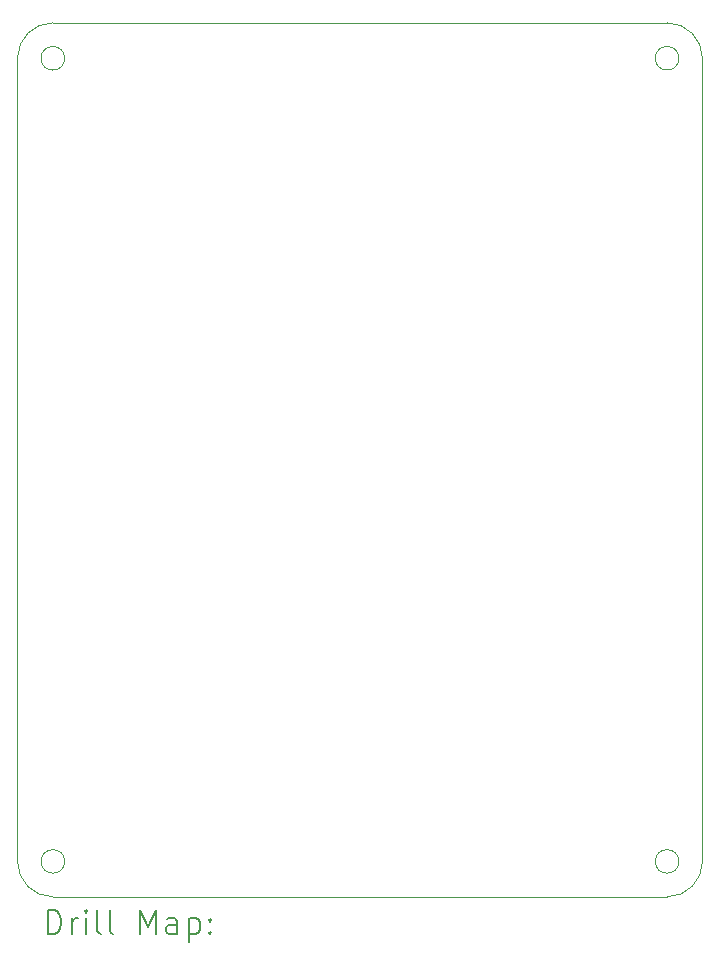
<source format=gbr>
%TF.GenerationSoftware,KiCad,Pcbnew,8.0.0*%
%TF.CreationDate,2024-03-09T23:28:41+01:00*%
%TF.ProjectId,Pure VCO,50757265-2056-4434-9f2e-6b696361645f,rev?*%
%TF.SameCoordinates,Original*%
%TF.FileFunction,Drillmap*%
%TF.FilePolarity,Positive*%
%FSLAX45Y45*%
G04 Gerber Fmt 4.5, Leading zero omitted, Abs format (unit mm)*
G04 Created by KiCad (PCBNEW 8.0.0) date 2024-03-09 23:28:41*
%MOMM*%
%LPD*%
G01*
G04 APERTURE LIST*
%ADD10C,0.050000*%
%ADD11C,0.200000*%
G04 APERTURE END LIST*
D10*
X4700000Y-10700000D02*
G75*
G02*
X4400000Y-10400000I0J300000D01*
G01*
X10200000Y-10400000D02*
G75*
G02*
X9900000Y-10700000I-300000J0D01*
G01*
X10200000Y-3600000D02*
X10200000Y-10400000D01*
X4800000Y-3600000D02*
G75*
G02*
X4600000Y-3600000I-100000J0D01*
G01*
X4600000Y-3600000D02*
G75*
G02*
X4800000Y-3600000I100000J0D01*
G01*
X9900000Y-3300000D02*
G75*
G02*
X10200000Y-3600000I0J-300000D01*
G01*
X4700000Y-3300000D02*
X9900000Y-3300000D01*
X4800000Y-10400000D02*
G75*
G02*
X4600000Y-10400000I-100000J0D01*
G01*
X4600000Y-10400000D02*
G75*
G02*
X4800000Y-10400000I100000J0D01*
G01*
X10000000Y-10400000D02*
G75*
G02*
X9800000Y-10400000I-100000J0D01*
G01*
X9800000Y-10400000D02*
G75*
G02*
X10000000Y-10400000I100000J0D01*
G01*
X4400000Y-10400000D02*
X4400000Y-3600000D01*
X4400000Y-3600000D02*
G75*
G02*
X4700000Y-3300000I300000J0D01*
G01*
X9900000Y-10700000D02*
X4700000Y-10700000D01*
X10000000Y-3600000D02*
G75*
G02*
X9800000Y-3600000I-100000J0D01*
G01*
X9800000Y-3600000D02*
G75*
G02*
X10000000Y-3600000I100000J0D01*
G01*
D11*
X4658277Y-11013984D02*
X4658277Y-10813984D01*
X4658277Y-10813984D02*
X4705896Y-10813984D01*
X4705896Y-10813984D02*
X4734467Y-10823508D01*
X4734467Y-10823508D02*
X4753515Y-10842555D01*
X4753515Y-10842555D02*
X4763039Y-10861603D01*
X4763039Y-10861603D02*
X4772563Y-10899698D01*
X4772563Y-10899698D02*
X4772563Y-10928270D01*
X4772563Y-10928270D02*
X4763039Y-10966365D01*
X4763039Y-10966365D02*
X4753515Y-10985412D01*
X4753515Y-10985412D02*
X4734467Y-11004460D01*
X4734467Y-11004460D02*
X4705896Y-11013984D01*
X4705896Y-11013984D02*
X4658277Y-11013984D01*
X4858277Y-11013984D02*
X4858277Y-10880650D01*
X4858277Y-10918746D02*
X4867801Y-10899698D01*
X4867801Y-10899698D02*
X4877324Y-10890174D01*
X4877324Y-10890174D02*
X4896372Y-10880650D01*
X4896372Y-10880650D02*
X4915420Y-10880650D01*
X4982086Y-11013984D02*
X4982086Y-10880650D01*
X4982086Y-10813984D02*
X4972563Y-10823508D01*
X4972563Y-10823508D02*
X4982086Y-10833031D01*
X4982086Y-10833031D02*
X4991610Y-10823508D01*
X4991610Y-10823508D02*
X4982086Y-10813984D01*
X4982086Y-10813984D02*
X4982086Y-10833031D01*
X5105896Y-11013984D02*
X5086848Y-11004460D01*
X5086848Y-11004460D02*
X5077324Y-10985412D01*
X5077324Y-10985412D02*
X5077324Y-10813984D01*
X5210658Y-11013984D02*
X5191610Y-11004460D01*
X5191610Y-11004460D02*
X5182086Y-10985412D01*
X5182086Y-10985412D02*
X5182086Y-10813984D01*
X5439229Y-11013984D02*
X5439229Y-10813984D01*
X5439229Y-10813984D02*
X5505896Y-10956841D01*
X5505896Y-10956841D02*
X5572563Y-10813984D01*
X5572563Y-10813984D02*
X5572563Y-11013984D01*
X5753515Y-11013984D02*
X5753515Y-10909222D01*
X5753515Y-10909222D02*
X5743991Y-10890174D01*
X5743991Y-10890174D02*
X5724943Y-10880650D01*
X5724943Y-10880650D02*
X5686848Y-10880650D01*
X5686848Y-10880650D02*
X5667801Y-10890174D01*
X5753515Y-11004460D02*
X5734467Y-11013984D01*
X5734467Y-11013984D02*
X5686848Y-11013984D01*
X5686848Y-11013984D02*
X5667801Y-11004460D01*
X5667801Y-11004460D02*
X5658277Y-10985412D01*
X5658277Y-10985412D02*
X5658277Y-10966365D01*
X5658277Y-10966365D02*
X5667801Y-10947317D01*
X5667801Y-10947317D02*
X5686848Y-10937793D01*
X5686848Y-10937793D02*
X5734467Y-10937793D01*
X5734467Y-10937793D02*
X5753515Y-10928270D01*
X5848753Y-10880650D02*
X5848753Y-11080650D01*
X5848753Y-10890174D02*
X5867801Y-10880650D01*
X5867801Y-10880650D02*
X5905896Y-10880650D01*
X5905896Y-10880650D02*
X5924943Y-10890174D01*
X5924943Y-10890174D02*
X5934467Y-10899698D01*
X5934467Y-10899698D02*
X5943991Y-10918746D01*
X5943991Y-10918746D02*
X5943991Y-10975889D01*
X5943991Y-10975889D02*
X5934467Y-10994936D01*
X5934467Y-10994936D02*
X5924943Y-11004460D01*
X5924943Y-11004460D02*
X5905896Y-11013984D01*
X5905896Y-11013984D02*
X5867801Y-11013984D01*
X5867801Y-11013984D02*
X5848753Y-11004460D01*
X6029705Y-10994936D02*
X6039229Y-11004460D01*
X6039229Y-11004460D02*
X6029705Y-11013984D01*
X6029705Y-11013984D02*
X6020182Y-11004460D01*
X6020182Y-11004460D02*
X6029705Y-10994936D01*
X6029705Y-10994936D02*
X6029705Y-11013984D01*
X6029705Y-10890174D02*
X6039229Y-10899698D01*
X6039229Y-10899698D02*
X6029705Y-10909222D01*
X6029705Y-10909222D02*
X6020182Y-10899698D01*
X6020182Y-10899698D02*
X6029705Y-10890174D01*
X6029705Y-10890174D02*
X6029705Y-10909222D01*
M02*

</source>
